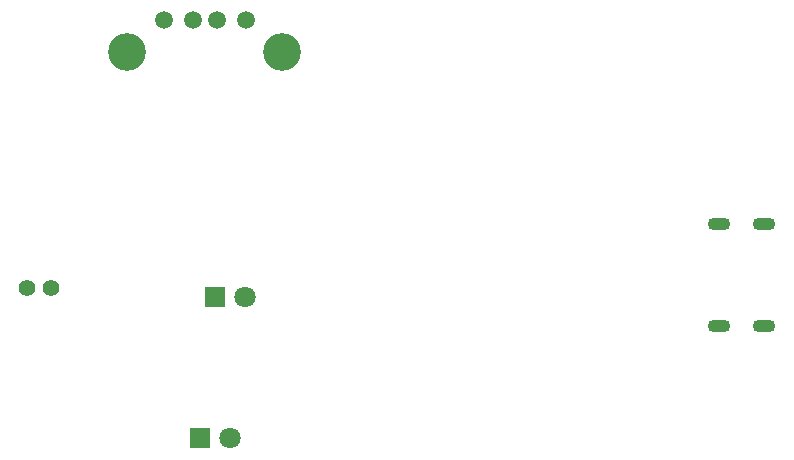
<source format=gbr>
%TF.GenerationSoftware,KiCad,Pcbnew,9.0.7*%
%TF.CreationDate,2026-01-22T13:23:29-08:00*%
%TF.ProjectId,charging-circuit,63686172-6769-46e6-972d-636972637569,rev?*%
%TF.SameCoordinates,Original*%
%TF.FileFunction,Copper,L2,Bot*%
%TF.FilePolarity,Positive*%
%FSLAX46Y46*%
G04 Gerber Fmt 4.6, Leading zero omitted, Abs format (unit mm)*
G04 Created by KiCad (PCBNEW 9.0.7) date 2026-01-22 13:23:29*
%MOMM*%
%LPD*%
G01*
G04 APERTURE LIST*
%TA.AperFunction,ComponentPad*%
%ADD10O,1.900000X1.100000*%
%TD*%
%TA.AperFunction,ComponentPad*%
%ADD11R,1.800000X1.800000*%
%TD*%
%TA.AperFunction,ComponentPad*%
%ADD12C,1.800000*%
%TD*%
%TA.AperFunction,ComponentPad*%
%ADD13C,1.520000*%
%TD*%
%TA.AperFunction,ComponentPad*%
%ADD14C,3.200000*%
%TD*%
%TA.AperFunction,ComponentPad*%
%ADD15C,1.400000*%
%TD*%
G04 APERTURE END LIST*
D10*
%TO.P,J1,S1,SHIELD*%
%TO.N,GND*%
X136650000Y-95920000D03*
X140460000Y-95920000D03*
X136650000Y-87280000D03*
X140460000Y-87280000D03*
%TD*%
D11*
%TO.P,H2,1,1*%
%TO.N,GND*%
X93955000Y-93425000D03*
D12*
%TO.P,H2,2,2*%
%TO.N,/5 Vout*%
X96495000Y-93425000D03*
%TD*%
D13*
%TO.P,J2,1,VBUS*%
%TO.N,/5 Vout*%
X89585000Y-69980000D03*
%TO.P,J2,2,D-*%
%TO.N,Net-(J2-D+)*%
X92085000Y-69980000D03*
%TO.P,J2,3,D+*%
X94085000Y-69980000D03*
%TO.P,J2,4,GND*%
%TO.N,GND*%
X96585000Y-69980000D03*
D14*
%TO.P,J2,5,Shield*%
X86515000Y-72680000D03*
X99655000Y-72680000D03*
%TD*%
D11*
%TO.P,H1,1,1*%
%TO.N,GND*%
X92710000Y-105410000D03*
D12*
%TO.P,H1,2,2*%
%TO.N,/12 Vout*%
X95250000Y-105410000D03*
%TD*%
D15*
%TO.P,U5,1,1*%
%TO.N,GND*%
X80040000Y-92685000D03*
%TO.P,U5,2,2*%
%TO.N,Net-(U4-V_{BAT_SENSE})*%
X78040000Y-92685000D03*
%TD*%
M02*

</source>
